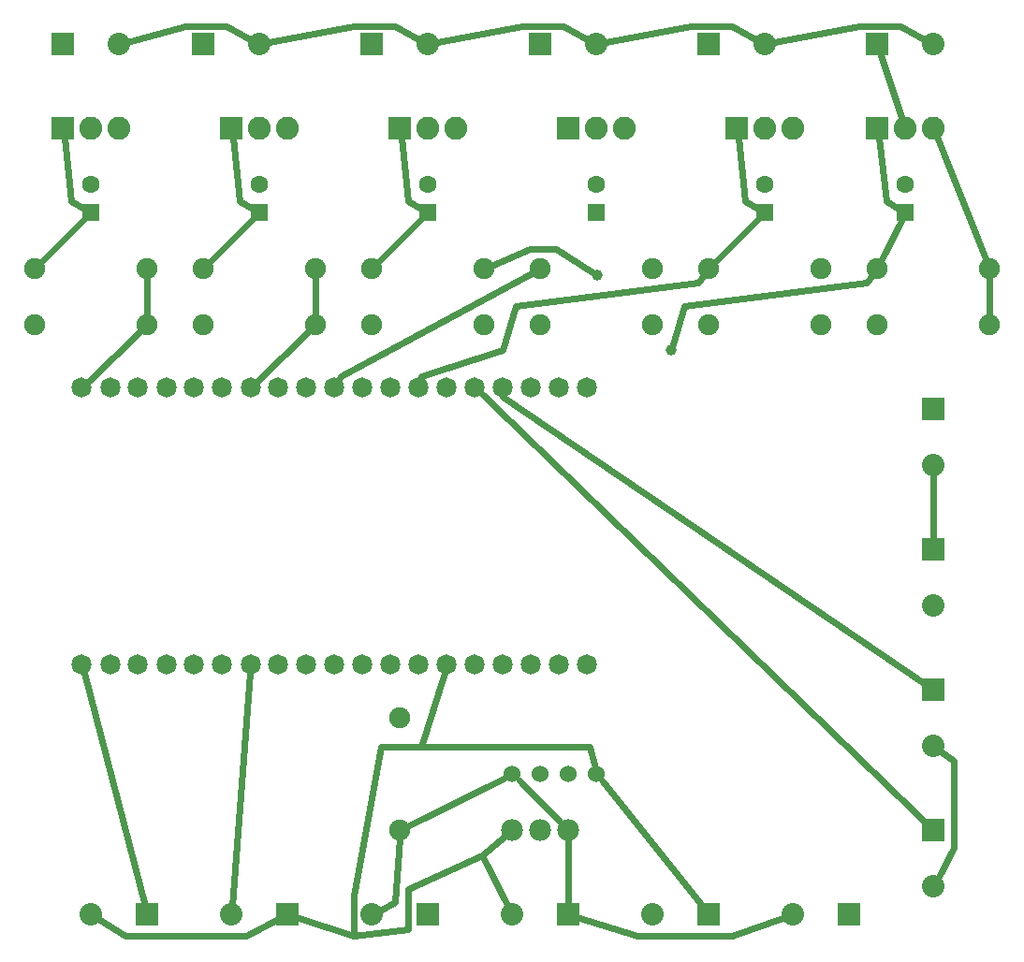
<source format=gtl>
G04 MADE WITH FRITZING*
G04 WWW.FRITZING.ORG*
G04 DOUBLE SIDED*
G04 HOLES PLATED*
G04 CONTOUR ON CENTER OF CONTOUR VECTOR*
%ASAXBY*%
%FSLAX23Y23*%
%MOIN*%
%OFA0B0*%
%SFA1.0B1.0*%
%ADD10C,0.039370*%
%ADD11C,0.078000*%
%ADD12C,0.060000*%
%ADD13C,0.075000*%
%ADD14C,0.071828*%
%ADD15C,0.080000*%
%ADD16C,0.082000*%
%ADD17C,0.062992*%
%ADD18R,0.079986X0.080000*%
%ADD19R,0.080000X0.079986*%
%ADD20R,0.082000X0.082000*%
%ADD21R,0.062992X0.062992*%
%ADD22C,0.024000*%
%LNCOPPER1*%
G90*
G70*
G54D10*
X2580Y2437D03*
X2316Y2701D03*
G54D11*
X2215Y725D03*
X2115Y725D03*
X2015Y725D03*
G54D12*
X2315Y925D03*
X2215Y925D03*
X2115Y925D03*
X2015Y925D03*
G54D13*
X1615Y725D03*
X1615Y1125D03*
G54D14*
X482Y1316D03*
X583Y1316D03*
X682Y1316D03*
X783Y1316D03*
X882Y1316D03*
X982Y1316D03*
X1083Y1316D03*
X1182Y1316D03*
X1282Y1316D03*
X1382Y1316D03*
X1482Y1316D03*
X1582Y1316D03*
X1682Y1316D03*
X1782Y1316D03*
X1881Y1316D03*
X1982Y1316D03*
X2081Y1316D03*
X2181Y1316D03*
X2282Y1316D03*
X2282Y2302D03*
X2181Y2302D03*
X2081Y2302D03*
X1982Y2302D03*
X1881Y2302D03*
X1782Y2302D03*
X1682Y2302D03*
X1582Y2302D03*
X1482Y2302D03*
X1382Y2302D03*
X1282Y2302D03*
X1182Y2302D03*
X1083Y2302D03*
X982Y2302D03*
X882Y2302D03*
X783Y2302D03*
X682Y2302D03*
X583Y2302D03*
X482Y2302D03*
G54D15*
X3515Y1225D03*
X3515Y1025D03*
X3515Y725D03*
X3515Y525D03*
X2115Y3525D03*
X2315Y3525D03*
X3315Y3525D03*
X3515Y3525D03*
X2715Y3525D03*
X2915Y3525D03*
X1515Y3525D03*
X1715Y3525D03*
X915Y3525D03*
X1115Y3525D03*
X415Y3525D03*
X615Y3525D03*
X3515Y2225D03*
X3515Y2025D03*
X3515Y1725D03*
X3515Y1525D03*
X2215Y425D03*
X2015Y425D03*
X715Y425D03*
X515Y425D03*
X1215Y425D03*
X1015Y425D03*
X1715Y425D03*
X1515Y425D03*
X3215Y425D03*
X3015Y425D03*
X2715Y425D03*
X2515Y425D03*
G54D16*
X415Y3225D03*
X515Y3225D03*
X615Y3225D03*
X3315Y3225D03*
X3415Y3225D03*
X3515Y3225D03*
X2815Y3225D03*
X2915Y3225D03*
X3015Y3225D03*
X2215Y3225D03*
X2315Y3225D03*
X2415Y3225D03*
X1615Y3225D03*
X1715Y3225D03*
X1815Y3225D03*
X1015Y3225D03*
X1115Y3225D03*
X1215Y3225D03*
G54D13*
X315Y2725D03*
X715Y2725D03*
X315Y2525D03*
X715Y2525D03*
X3315Y2525D03*
X3715Y2525D03*
X2715Y2525D03*
X3115Y2525D03*
X2115Y2525D03*
X2515Y2525D03*
X1515Y2525D03*
X1915Y2525D03*
X915Y2525D03*
X1315Y2525D03*
X3315Y2725D03*
X3715Y2725D03*
X2715Y2725D03*
X3115Y2725D03*
X2115Y2725D03*
X2515Y2725D03*
X1515Y2725D03*
X1915Y2725D03*
X915Y2725D03*
X1315Y2725D03*
G54D17*
X515Y2927D03*
X515Y3025D03*
X3415Y2927D03*
X3415Y3025D03*
X2915Y2927D03*
X2915Y3025D03*
X2315Y2927D03*
X2315Y3025D03*
X1715Y2927D03*
X1715Y3025D03*
X1115Y2927D03*
X1115Y3025D03*
G54D18*
X3515Y1225D03*
X3515Y725D03*
G54D19*
X2115Y3525D03*
X3315Y3525D03*
X2715Y3525D03*
X1515Y3525D03*
X915Y3525D03*
X415Y3525D03*
G54D18*
X3515Y2225D03*
X3515Y1725D03*
G54D19*
X2215Y425D03*
X715Y425D03*
X1215Y425D03*
X1715Y425D03*
X3215Y425D03*
X2715Y425D03*
G54D20*
X415Y3225D03*
X3315Y3225D03*
X2815Y3225D03*
X2215Y3225D03*
X1615Y3225D03*
X1015Y3225D03*
G54D21*
X515Y2927D03*
X3415Y2927D03*
X2915Y2927D03*
X2315Y2927D03*
X1715Y2927D03*
X1115Y2927D03*
G54D22*
X1080Y1286D02*
X1018Y456D01*
D02*
X3325Y3496D02*
X3405Y3256D01*
D02*
X935Y2746D02*
X1096Y2908D01*
D02*
X1019Y3193D02*
X1044Y2965D01*
X1044Y2965D02*
X1092Y2940D01*
D02*
X3490Y1243D02*
X1980Y2269D01*
X1980Y2269D02*
X1980Y2271D01*
D02*
X1535Y2746D02*
X1696Y2908D01*
D02*
X1619Y3193D02*
X1644Y2965D01*
D02*
X335Y2746D02*
X496Y2908D01*
D02*
X1644Y2965D02*
X1692Y2940D01*
D02*
X444Y2965D02*
X492Y2940D01*
D02*
X419Y3193D02*
X444Y2965D01*
D02*
X1903Y2281D02*
X3493Y747D01*
D02*
X1404Y2341D02*
X2090Y2712D01*
D02*
X1397Y2328D02*
X1404Y2341D01*
D02*
X2697Y2703D02*
X2676Y2677D01*
D02*
X2028Y2593D02*
X1980Y2437D01*
D02*
X2676Y2677D02*
X2028Y2593D01*
D02*
X1692Y2341D02*
X1689Y2331D01*
D02*
X1980Y2437D02*
X1692Y2341D01*
D02*
X2896Y2908D02*
X2735Y2746D01*
D02*
X2819Y3193D02*
X2844Y2965D01*
D02*
X2194Y747D02*
X2039Y901D01*
D02*
X2844Y2965D02*
X2892Y2940D01*
D02*
X2215Y456D02*
X2215Y695D01*
D02*
X1641Y738D02*
X1985Y910D01*
D02*
X1543Y440D02*
X1596Y469D01*
X1596Y469D02*
X1613Y697D01*
D02*
X2460Y349D02*
X2245Y416D01*
D02*
X2796Y349D02*
X2460Y349D01*
D02*
X2986Y415D02*
X2796Y349D01*
D02*
X490Y1287D02*
X707Y455D01*
D02*
X3403Y2903D02*
X3328Y2751D01*
D02*
X3319Y3193D02*
X3348Y2965D01*
X3348Y2965D02*
X3392Y2940D01*
D02*
X2628Y2593D02*
X3276Y2677D01*
D02*
X2586Y2455D02*
X2628Y2593D01*
D02*
X1088Y3540D02*
X996Y3589D01*
D02*
X3276Y2677D02*
X3297Y2703D01*
D02*
X852Y3589D02*
X645Y3533D01*
D02*
X996Y3589D02*
X852Y3589D01*
D02*
X1452Y3589D02*
X1146Y3531D01*
D02*
X1596Y3589D02*
X1452Y3589D01*
D02*
X1688Y3540D02*
X1596Y3589D01*
D02*
X2052Y3589D02*
X1746Y3531D01*
D02*
X2196Y3589D02*
X2052Y3589D01*
D02*
X2288Y3540D02*
X2196Y3589D01*
D02*
X2888Y3540D02*
X2796Y3589D01*
D02*
X2652Y3589D02*
X2346Y3531D01*
D02*
X2796Y3589D02*
X2652Y3589D01*
D02*
X3396Y3589D02*
X3252Y3589D01*
D02*
X3488Y3540D02*
X3396Y3589D01*
D02*
X3252Y3589D02*
X2946Y3531D01*
D02*
X715Y2697D02*
X715Y2554D01*
D02*
X504Y2323D02*
X695Y2506D01*
D02*
X1295Y2506D02*
X1105Y2323D01*
D02*
X1315Y2697D02*
X1315Y2554D01*
D02*
X2300Y2712D02*
X2172Y2797D01*
D02*
X2076Y2797D02*
X1941Y2737D01*
D02*
X2172Y2797D02*
X2076Y2797D01*
D02*
X3705Y2752D02*
X3527Y3196D01*
D02*
X3715Y2554D02*
X3715Y2697D01*
D02*
X3515Y1756D02*
X3515Y1994D01*
D02*
X1992Y706D02*
X1908Y637D01*
D02*
X1644Y373D02*
X1452Y349D01*
D02*
X1644Y517D02*
X1644Y373D01*
D02*
X1908Y637D02*
X1644Y517D01*
D02*
X1692Y1021D02*
X1773Y1287D01*
D02*
X1548Y1021D02*
X1692Y1021D01*
D02*
X1452Y493D02*
X1548Y1021D01*
D02*
X1452Y349D02*
X1452Y493D01*
D02*
X2001Y453D02*
X1908Y637D01*
D02*
X2292Y1021D02*
X1692Y1021D01*
D02*
X2307Y959D02*
X2292Y1021D01*
D02*
X2696Y450D02*
X2337Y899D01*
D02*
X3530Y553D02*
X3588Y661D01*
D02*
X3588Y973D02*
X3541Y1007D01*
D02*
X3588Y661D02*
X3588Y973D01*
D02*
X1245Y416D02*
X1452Y349D01*
D02*
X542Y409D02*
X636Y349D01*
D02*
X1068Y349D02*
X1188Y411D01*
D02*
X636Y349D02*
X1068Y349D01*
G04 End of Copper1*
M02*
</source>
